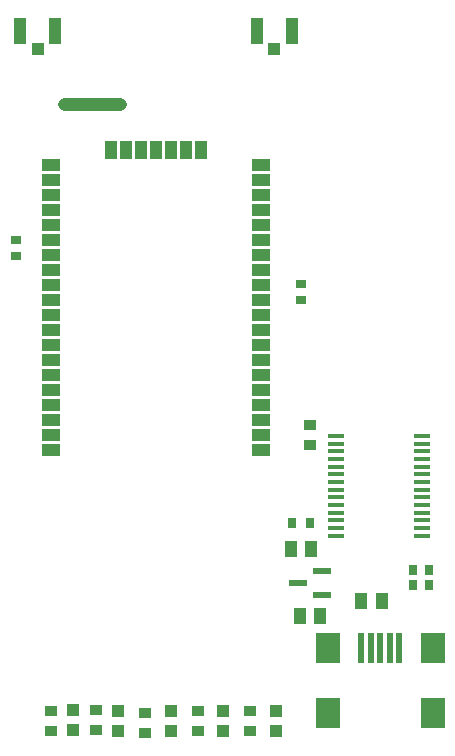
<source format=gbr>
%TF.GenerationSoftware,Altium Limited,Altium NEXUS,2.1.6 (59)*%
G04 Layer_Color=8421504*
%FSLAX45Y45*%
%MOMM*%
%TF.FileFunction,Paste,Top*%
%TF.Part,Single*%
G01*
G75*
%TA.AperFunction,Conductor*%
%ADD10C,1.10000*%
%TA.AperFunction,SMDPad,CuDef*%
%ADD12R,1.00000X1.05000*%
%ADD13R,1.05000X2.20000*%
%ADD14R,1.61000X0.61000*%
%ADD15R,1.10000X1.38000*%
%ADD16R,1.00000X0.90000*%
%ADD17R,1.00000X1.10000*%
%ADD18R,2.00000X2.50000*%
%ADD19R,0.50000X2.50000*%
%ADD20R,0.80000X0.90000*%
%ADD21R,1.39700X0.34800*%
%ADD22R,0.90000X0.80000*%
%ADD23R,1.01600X1.52400*%
%ADD24R,1.52400X1.01600*%
%ADD25R,0.70000X0.90000*%
D10*
X4754435Y8213700D02*
X4762500D01*
X4289500D02*
X4754435D01*
D12*
X6070500Y8676500D02*
D03*
X4067300D02*
D03*
D13*
X6218000Y8826500D02*
D03*
X5923000D02*
D03*
X4216400D02*
D03*
X3921400D02*
D03*
D14*
X6275900Y4152900D02*
D03*
X6474900Y4255400D02*
D03*
Y4050400D02*
D03*
D15*
X6289100Y3873500D02*
D03*
X6461700D02*
D03*
X6385500Y4445000D02*
D03*
X6212900D02*
D03*
X6809800Y4000500D02*
D03*
X6982400D02*
D03*
D16*
X5867400Y2899500D02*
D03*
Y3069500D02*
D03*
X6375400Y5325200D02*
D03*
Y5495200D02*
D03*
X5422900Y2899500D02*
D03*
Y3069500D02*
D03*
X4978400Y2886800D02*
D03*
Y3056800D02*
D03*
X4559300Y3082200D02*
D03*
Y2912200D02*
D03*
X4178300Y3069500D02*
D03*
Y2899500D02*
D03*
D17*
X6083300D02*
D03*
Y3069500D02*
D03*
X5638800Y2899500D02*
D03*
Y3069500D02*
D03*
X5194300Y2899500D02*
D03*
Y3069500D02*
D03*
X4749800Y2903400D02*
D03*
Y3073400D02*
D03*
X4368800Y2912200D02*
D03*
Y3082200D02*
D03*
D18*
X7414200Y3055800D02*
D03*
X6522200D02*
D03*
X7414200Y3603800D02*
D03*
X6522200D02*
D03*
D19*
X7128200D02*
D03*
X7048200D02*
D03*
X6968200D02*
D03*
X6888200D02*
D03*
X6808200D02*
D03*
D20*
X7385200Y4140200D02*
D03*
X7245200D02*
D03*
X7385200Y4267200D02*
D03*
X7245200D02*
D03*
D21*
X6591300Y4554000D02*
D03*
Y4619000D02*
D03*
Y4684000D02*
D03*
Y4749000D02*
D03*
Y4814000D02*
D03*
Y4879000D02*
D03*
Y4944000D02*
D03*
Y5009000D02*
D03*
Y5074000D02*
D03*
Y5139000D02*
D03*
Y5204000D02*
D03*
Y5269000D02*
D03*
Y5334000D02*
D03*
Y5399000D02*
D03*
X7322500Y4554000D02*
D03*
Y4619000D02*
D03*
Y4684000D02*
D03*
Y4749000D02*
D03*
Y4814000D02*
D03*
Y4944000D02*
D03*
Y4879000D02*
D03*
Y5009000D02*
D03*
Y5074000D02*
D03*
Y5139000D02*
D03*
Y5204000D02*
D03*
Y5269000D02*
D03*
Y5334000D02*
D03*
Y5399000D02*
D03*
D22*
X3886200Y7061500D02*
D03*
Y6921500D02*
D03*
X6299200Y6546700D02*
D03*
Y6686700D02*
D03*
D23*
X5448300Y7823200D02*
D03*
X5321300D02*
D03*
X5194300D02*
D03*
X5067300D02*
D03*
X4940300D02*
D03*
X4813300D02*
D03*
X4686300D02*
D03*
D24*
X4178300Y7696200D02*
D03*
Y7569200D02*
D03*
Y7442200D02*
D03*
Y7315200D02*
D03*
Y7188200D02*
D03*
Y7061200D02*
D03*
Y6934200D02*
D03*
Y6807200D02*
D03*
Y6680200D02*
D03*
Y6553200D02*
D03*
Y6426200D02*
D03*
Y6299200D02*
D03*
Y6172200D02*
D03*
Y6045200D02*
D03*
Y5918200D02*
D03*
Y5791200D02*
D03*
Y5664200D02*
D03*
Y5537200D02*
D03*
Y5410200D02*
D03*
Y5283200D02*
D03*
X5956300D02*
D03*
Y5410200D02*
D03*
Y5537200D02*
D03*
Y5664200D02*
D03*
Y5791200D02*
D03*
Y5918200D02*
D03*
Y6045200D02*
D03*
Y6172200D02*
D03*
Y6299200D02*
D03*
Y6426200D02*
D03*
Y6553200D02*
D03*
Y6680200D02*
D03*
Y6807200D02*
D03*
Y6934200D02*
D03*
Y7061200D02*
D03*
Y7188200D02*
D03*
Y7315200D02*
D03*
Y7442200D02*
D03*
Y7569200D02*
D03*
Y7696200D02*
D03*
D25*
X6224200Y4660900D02*
D03*
X6374200D02*
D03*
%TF.MD5,68be276869acf27389326e5da4a56b87*%
M02*

</source>
